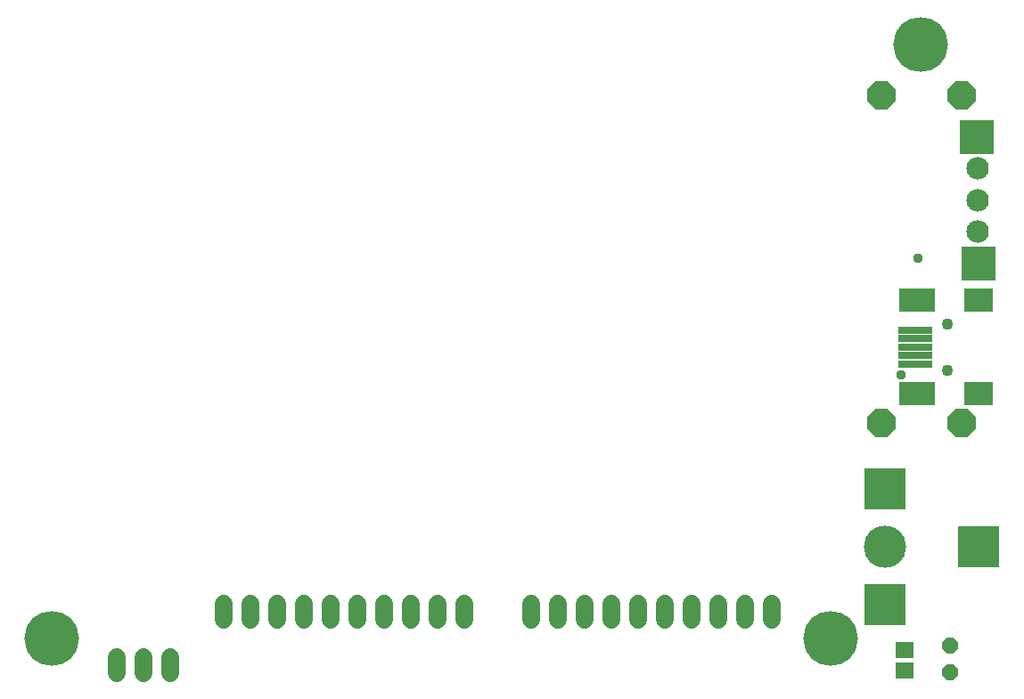
<source format=gbr>
G04 EAGLE Gerber RS-274X export*
G75*
%MOMM*%
%FSLAX34Y34*%
%LPD*%
%AMOC8*
5,1,8,0,0,1.08239X$1,22.5*%
G01*
%ADD10R,2.703200X2.203200*%
%ADD11R,3.503200X2.203200*%
%ADD12R,3.303200X0.703200*%
%ADD13C,1.103200*%
%ADD14C,1.727200*%
%ADD15P,2.969212X8X22.500000*%
%ADD16R,1.803200X1.503200*%
%ADD17P,1.649562X8X112.500000*%
%ADD18C,2.133600*%
%ADD19R,3.203200X3.203200*%
%ADD20C,4.013200*%
%ADD21R,4.013200X4.013200*%
%ADD22C,5.203200*%
%ADD23C,0.959600*%


D10*
X920754Y386318D03*
X920754Y297318D03*
D11*
X861754Y386318D03*
X861754Y297318D03*
D12*
X860754Y325818D03*
X860754Y333818D03*
X860754Y341818D03*
X860754Y349818D03*
X860754Y357818D03*
D13*
X890754Y319818D03*
X890754Y363818D03*
D14*
X203200Y97790D02*
X203200Y82550D01*
X228600Y82550D02*
X228600Y97790D01*
X254000Y97790D02*
X254000Y82550D01*
X279400Y82550D02*
X279400Y97790D01*
X304800Y97790D02*
X304800Y82550D01*
X330200Y82550D02*
X330200Y97790D01*
X355600Y97790D02*
X355600Y82550D01*
X381000Y82550D02*
X381000Y97790D01*
X406400Y97790D02*
X406400Y82550D01*
X431800Y82550D02*
X431800Y97790D01*
X101600Y46990D02*
X101600Y31750D01*
X127000Y31750D02*
X127000Y46990D01*
X152400Y46990D02*
X152400Y31750D01*
D15*
X828040Y581152D03*
X904240Y581152D03*
X828040Y269748D03*
X904240Y269748D03*
D14*
X723900Y97790D02*
X723900Y82550D01*
X698500Y82550D02*
X698500Y97790D01*
X673100Y97790D02*
X673100Y82550D01*
X647700Y82550D02*
X647700Y97790D01*
X622300Y97790D02*
X622300Y82550D01*
X596900Y82550D02*
X596900Y97790D01*
X571500Y97790D02*
X571500Y82550D01*
X546100Y82550D02*
X546100Y97790D01*
X520700Y97790D02*
X520700Y82550D01*
X495300Y82550D02*
X495300Y97790D01*
D16*
X850392Y34696D03*
X850392Y53696D03*
D17*
X893064Y33020D03*
X893064Y58420D03*
D18*
X919480Y451584D03*
X919480Y511584D03*
X919640Y481584D03*
D19*
X920496Y421584D03*
X918972Y541584D03*
D20*
X831596Y152400D03*
D21*
X831596Y97400D03*
X831596Y207400D03*
X920496Y152400D03*
D22*
X865000Y630000D03*
X40000Y65000D03*
X780000Y65000D03*
D23*
X847090Y315722D03*
X862584Y426720D03*
M02*

</source>
